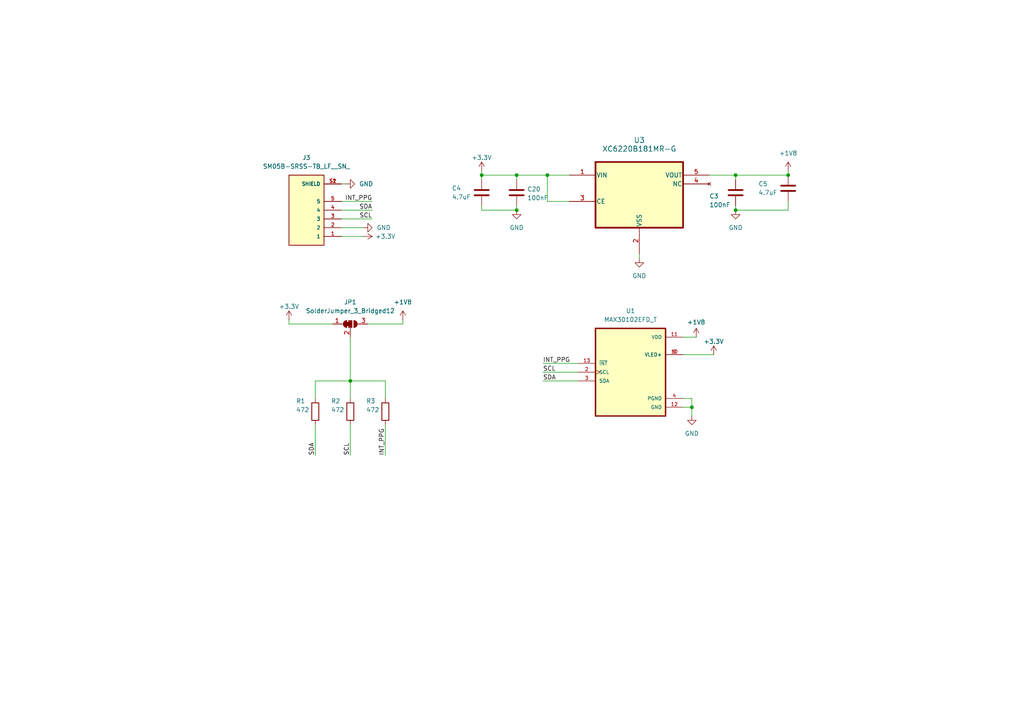
<source format=kicad_sch>
(kicad_sch (version 20250114) (generator "eeschema") (generator_version "9.0")
  (paper "A4")
  (lib_symbols
    (symbol "Device:C" (pin_numbers (hide yes)) (pin_names (offset 0.254))
      (property "Reference" "C" (at 0.635 2.54 0))
      (property "Value" "C" (at 0.635 -2.54 0))
      (symbol "C_0_1"
        (polyline (pts (xy -2.032 0.762) (xy 2.032 0.762)) (stroke (width 0.508)))
        (polyline (pts (xy -2.032 -0.762) (xy 2.032 -0.762)) (stroke (width 0.508)))
      )
      (symbol "C_1_1"
        (pin passive line (at 0 3.81 270) (length 2.794) (name "~") (number "1"))
        (pin passive line (at 0 -3.81 90) (length 2.794) (name "~") (number "2"))
      )
    )
    (symbol "Device:R" (pin_numbers (hide yes)) (pin_names (offset 0))
      (property "Reference" "R" (at 2.032 0 90))
      (property "Value" "R" (at 0 0 90))
      (symbol "R_0_1"
        (rectangle (start -1.016 -2.54) (end 1.016 2.54) (stroke (width 0.254)))
      )
      (symbol "R_1_1"
        (pin passive line (at 0 3.81 270) (length 1.27) (name "~") (number "1"))
        (pin passive line (at 0 -3.81 90) (length 1.27) (name "~") (number "2"))
      )
    )
    (symbol "Jumper:SolderJumper_3_Bridged12" (pin_names (offset 0) (hide yes)) (in_bom no)
      (property "Reference" "JP" (at -2.54 -2.54 0))
      (property "Value" "SolderJumper_3_Bridged12" (at 0 2.794 0))
      (symbol "SolderJumper_3_Bridged12_0_1"
        (polyline (pts (xy -2.54 0) (xy -2.032 0)))
        (polyline (pts (xy -1.016 1.016) (xy -1.016 -1.016)))
        (rectangle (start -1.016 0.508) (end -0.508 -0.508) (fill (type outline)))
        (arc (start -1.016 -1.016) (mid -2.0276 0) (end -1.016 1.016))
        (arc (start -1.016 -1.016) (mid -2.0276 0) (end -1.016 1.016) (fill (type outline)))
        (rectangle (start -0.508 1.016) (end 0.508 -1.016) (fill (type outline)))
        (polyline (pts (xy 0 -1.27) (xy 0 -1.016)))
        (arc (start 1.016 1.016) (mid 2.0276 0) (end 1.016 -1.016))
        (arc (start 1.016 1.016) (mid 2.0276 0) (end 1.016 -1.016) (fill (type outline)))
        (polyline (pts (xy 1.016 1.016) (xy 1.016 -1.016)))
        (polyline (pts (xy 2.54 0) (xy 2.032 0)))
      )
      (symbol "SolderJumper_3_Bridged12_1_1"
        (pin passive line (at -5.08 0 0) (length 2.54) (name "A") (number "1"))
        (pin passive line (at 0 -3.81 90) (length 2.54) (name "C") (number "2"))
        (pin passive line (at 5.08 0 180) (length 2.54) (name "B") (number "3"))
      )
    )
    (symbol "MAX30102EFD_T:MAX30102EFD_T" (pin_names (offset 1.016))
      (property "Reference" "U" (at -10.16 13.7 0))
      (property "Value" "MAX30102EFD_T" (at -10.16 -16.7 0))
      (symbol "MAX30102EFD_T_0_0"
        (rectangle (start -10.16 -12.7) (end 10.16 12.7) (stroke (width 0.41)) (fill (type background)))
        (pin input line (at -15.24 2.54 0) (length 5.08) (name "~{INT}") (number "13"))
        (pin input clock (at -15.24 0 0) (length 5.08) (name "SCL") (number "2"))
        (pin bidirectional line (at -15.24 -2.54 0) (length 5.08) (name "SDA") (number "3"))
        (pin power_in line (at 15.24 10.16 180) (length 5.08) (name "VDD") (number "11"))
        (pin power_in line (at 15.24 5.08 180) (length 5.08) (name "VLED+") (number "10"))
        (pin power_in line (at 15.24 5.08 180) (length 5.08) (name "VLED+") (number "9"))
        (pin power_in line (at 15.24 -7.62 180) (length 5.08) (name "PGND") (number "4"))
        (pin power_in line (at 15.24 -10.16 180) (length 5.08) (name "GND") (number "12"))
      )
    )
    (symbol "SM05B-SRSS-TB_LF__SN_:SM05B-SRSS-TB_LF__SN_" (pin_names (offset 1.016))
      (property "Reference" "J" (at -5.08 10.922 0))
      (property "Value" "SM05B-SRSS-TB_LF__SN_" (at -5.08 -12.7 0))
      (symbol "SM05B-SRSS-TB_LF__SN__0_0"
        (rectangle (start -5.08 -10.16) (end 5.08 10.16) (stroke (width 0.254)) (fill (type background)))
        (pin passive line (at -10.16 7.62 0) (length 5.08) (name "1") (number "1"))
        (pin passive line (at -10.16 5.08 0) (length 5.08) (name "2") (number "2"))
        (pin passive line (at -10.16 2.54 0) (length 5.08) (name "3") (number "3"))
        (pin passive line (at -10.16 0 0) (length 5.08) (name "4") (number "4"))
        (pin passive line (at -10.16 -2.54 0) (length 5.08) (name "5") (number "5"))
        (pin passive line (at -10.16 -7.62 0) (length 5.08) (name "SHIELD") (number "S1"))
        (pin passive line (at -10.16 -7.62 0) (length 5.08) (name "SHIELD") (number "S2"))
      )
    )
    (symbol "XC6220B181MR_G:XC6220B181MR-G" (pin_names (offset 0.254))
      (property "Reference" "U" (at 20.32 10.16 0))
      (property "Value" "XC6220B181MR-G" (at 20.32 7.62 0))
      (symbol "XC6220B181MR-G_0_1"
        (pin power_in line (at 0 0 0) (length 7.62) (name "VIN") (number "1"))
        (pin unspecified line (at 0 -7.62 0) (length 7.62) (name "CE") (number "3"))
        (pin power_out line (at 20.32 -22.86 90) (length 7.62) (name "VSS") (number "2"))
        (pin output line (at 40.64 0 180) (length 7.62) (name "VOUT") (number "5"))
        (pin no_connect line (at 40.64 -2.54 180) (length 7.62) (name "NC") (number "4"))
      )
      (symbol "XC6220B181MR-G_1_1"
        (rectangle (start 7.62 3.81) (end 33.02 -15.24) (stroke (width 0.5)) (fill (type background)))
      )
    )
    (symbol "power:+1V8" (power) (pin_numbers (hide yes)) (pin_names (offset 0) (hide yes))
      (property "Value" "+1V8" (at 0 3.556 0))
      (symbol "+1V8_0_1"
        (polyline (pts (xy -0.762 1.27) (xy 0 2.54)))
        (polyline (pts (xy 0 2.54) (xy 0.762 1.27)))
        (polyline (pts (xy 0 0) (xy 0 2.54)))
      )
      (symbol "+1V8_1_1"
        (pin power_in line (at 0 0 90) (length 0) (name "~") (number "1"))
      )
    )
    (symbol "power:+3.3V" (power) (pin_numbers (hide yes)) (pin_names (offset 0) (hide yes))
      (property "Value" "+3.3V" (at 0 3.556 0))
      (symbol "+3.3V_0_1"
        (polyline (pts (xy -0.762 1.27) (xy 0 2.54)))
        (polyline (pts (xy 0 2.54) (xy 0.762 1.27)))
        (polyline (pts (xy 0 0) (xy 0 2.54)))
      )
      (symbol "+3.3V_1_1"
        (pin power_in line (at 0 0 90) (length 0) (name "~") (number "1"))
      )
    )
    (symbol "power:GND" (power) (pin_numbers (hide yes)) (pin_names (offset 0) (hide yes))
      (property "Value" "GND" (at 0 -3.81 0))
      (symbol "GND_0_1"
        (polyline (pts (xy 0 0) (xy 0 -1.27) (xy 1.27 -1.27) (xy 0 -2.54) (xy -1.27 -1.27) (xy 0 -1.27)))
      )
      (symbol "GND_1_1"
        (pin power_in line (at 0 0 270) (length 0) (name "~") (number "1"))
      )
    )
  )
  (junction (at 139.7 50.8))
  (junction (at 213.36 60.96))
  (junction (at 101.6 110.49))
  (junction (at 213.36 50.8))
  (junction (at 228.6 50.8))
  (junction (at 158.75 50.8))
  (junction (at 200.66 118.11))
  (junction (at 149.86 60.96))
  (junction (at 149.86 50.8))
  (wire (pts (xy 111.76 123.19) (xy 111.76 132.08)))
  (wire (pts (xy 139.7 50.8) (xy 139.7 52.07)))
  (wire (pts (xy 101.6 97.79) (xy 101.6 110.49)))
  (wire (pts (xy 205.74 50.8) (xy 213.36 50.8)))
  (wire (pts (xy 139.7 50.8) (xy 149.86 50.8)))
  (wire (pts (xy 99.06 58.42) (xy 107.95 58.42)))
  (wire (pts (xy 198.12 115.57) (xy 200.66 115.57)))
  (wire (pts (xy 158.75 58.42) (xy 158.75 50.8)))
  (wire (pts (xy 91.44 123.19) (xy 91.44 132.08)))
  (wire (pts (xy 213.36 59.69) (xy 213.36 60.96)))
  (wire (pts (xy 200.66 118.11) (xy 200.66 120.65)))
  (wire (pts (xy 116.84 92.71) (xy 116.84 93.98)))
  (wire (pts (xy 111.76 115.57) (xy 111.76 110.49)))
  (wire (pts (xy 91.44 110.49) (xy 101.6 110.49)))
  (wire (pts (xy 198.12 118.11) (xy 200.66 118.11)))
  (wire (pts (xy 99.06 66.04) (xy 105.41 66.04)))
  (wire (pts (xy 228.6 49.53) (xy 228.6 50.8)))
  (wire (pts (xy 149.86 59.69) (xy 149.86 60.96)))
  (wire (pts (xy 157.48 105.41) (xy 167.64 105.41)))
  (wire (pts (xy 165.1 58.42) (xy 158.75 58.42)))
  (wire (pts (xy 99.06 53.34) (xy 100.33 53.34)))
  (wire (pts (xy 91.44 115.57) (xy 91.44 110.49)))
  (wire (pts (xy 106.68 93.98) (xy 116.84 93.98)))
  (wire (pts (xy 101.6 110.49) (xy 101.6 115.57)))
  (wire (pts (xy 149.86 52.07) (xy 149.86 50.8)))
  (wire (pts (xy 158.75 50.8) (xy 165.1 50.8)))
  (wire (pts (xy 83.82 93.98) (xy 83.82 92.71)))
  (wire (pts (xy 139.7 59.69) (xy 139.7 60.96)))
  (wire (pts (xy 185.42 73.66) (xy 185.42 74.93)))
  (wire (pts (xy 83.82 93.98) (xy 96.52 93.98)))
  (wire (pts (xy 213.36 50.8) (xy 213.36 52.07)))
  (wire (pts (xy 198.12 97.79) (xy 201.93 97.79)))
  (wire (pts (xy 213.36 50.8) (xy 228.6 50.8)))
  (wire (pts (xy 99.06 63.5) (xy 107.95 63.5)))
  (wire (pts (xy 200.66 115.57) (xy 200.66 118.11)))
  (wire (pts (xy 101.6 123.19) (xy 101.6 132.08)))
  (wire (pts (xy 99.06 68.58) (xy 105.41 68.58)))
  (wire (pts (xy 167.64 107.95) (xy 157.48 107.95)))
  (wire (pts (xy 99.06 60.96) (xy 107.95 60.96)))
  (wire (pts (xy 228.6 58.42) (xy 228.6 60.96)))
  (wire (pts (xy 228.6 60.96) (xy 213.36 60.96)))
  (wire (pts (xy 139.7 60.96) (xy 149.86 60.96)))
  (wire (pts (xy 167.64 110.49) (xy 157.48 110.49)))
  (wire (pts (xy 139.7 50.8) (xy 139.7 49.53)))
  (wire (pts (xy 111.76 110.49) (xy 101.6 110.49)))
  (wire (pts (xy 198.12 102.87) (xy 207.01 102.87)))
  (wire (pts (xy 149.86 50.8) (xy 158.75 50.8)))
  (label "INT_PPG" (at 107.95 58.42 180))
  (label "SDA" (at 91.44 132.08 90))
  (label "SCL" (at 101.6 132.08 90))
  (label "INT_PPG" (at 111.76 132.08 90))
  (label "INT_PPG" (at 157.48 105.41 0))
  (label "SCL" (at 107.95 63.5 180))
  (label "SDA" (at 107.95 60.96 180))
  (label "SDA" (at 157.48 110.49 0))
  (label "SCL" (at 157.48 107.95 0))
  (symbol (lib_id "Device:C") (at 213.36 55.88 0) (unit 1)
    (property "Reference" "C3" (at 205.74 56.896 0) (effects (justify left)))
    (property "Value" "100nF" (at 205.74 59.436 0) (effects (justify left)))
    (property "Footprint" "Capacitor_SMD:C_0402_1005Metric" (effects (hide yes)))
    (property "Description" "Unpolarized capacitor" (effects (hide yes)))
  )
  (symbol (lib_id "Device:C") (at 228.6 54.61 0) (unit 1)
    (property "Reference" "C5" (at 219.964 53.34 0) (effects (justify left)))
    (property "Value" "4.7uF" (at 219.964 55.88 0) (effects (justify left)))
    (property "Footprint" "Capacitor_SMD:C_0402_1005Metric" (effects (hide yes)))
    (property "Description" "Unpolarized capacitor" (effects (hide yes)))
  )
  (symbol (lib_id "Device:C") (at 139.7 55.88 0) (unit 1)
    (property "Reference" "C4" (at 131.064 54.61 0) (effects (justify left)))
    (property "Value" "4.7uF" (at 131.064 57.15 0) (effects (justify left)))
    (property "Footprint" "Capacitor_SMD:C_0402_1005Metric" (effects (hide yes)))
    (property "Description" "Unpolarized capacitor" (effects (hide yes)))
  )
  (symbol (lib_id "Jumper:SolderJumper_3_Bridged12") (at 101.6 93.98 0) (unit 1) (in_bom no)
    (property "Reference" "JP1" (at 101.6 87.63 0))
    (property "Value" "SolderJumper_3_Bridged12" (at 101.6 90.17 0))
    (property "Footprint" "Jumper:SolderJumper-3_P1.3mm_Bridged12_RoundedPad1.0x1.5mm_NumberLabels" (effects (hide yes)))
    (property "Description" "3-pole Solder Jumper, pins 1+2 closed/bridged" (effects (hide yes)))
  )
  (symbol (lib_id "power:GND") (at 100.33 53.34 90) (unit 1)
    (property "Reference" "#PWR039" (effects (hide yes)))
    (property "Value" "GND" (at 104.14 53.3399 90) (effects (justify right)))
    (property "Description" "Power symbol creates a global label with name \"GND\" , ground" (effects (hide yes)))
  )
  (symbol (lib_id "power:GND") (at 105.41 66.04 90) (unit 1)
    (property "Reference" "#PWR036" (effects (hide yes)))
    (property "Value" "GND" (at 109.22 66.0399 90) (effects (justify right)))
    (property "Description" "Power symbol creates a global label with name \"GND\" , ground" (effects (hide yes)))
  )
  (symbol (lib_id "power:GND") (at 213.36 60.96 0) (unit 1)
    (property "Reference" "#PWR04" (effects (hide yes)))
    (property "Value" "GND" (at 213.36 66.04 0))
    (property "Description" "Power symbol creates a global label with name \"GND\" , ground" (effects (hide yes)))
  )
  (symbol (lib_id "Device:R") (at 111.76 119.38 0) (unit 1)
    (property "Reference" "R3" (at 106.172 116.332 0) (effects (justify left)))
    (property "Value" "472" (at 106.172 118.872 0) (effects (justify left)))
    (property "Footprint" "Capacitor_SMD:C_0402_1005Metric" (effects (hide yes)))
    (property "Description" "Resistor" (effects (hide yes)))
  )
  (symbol (lib_id "power:GND") (at 149.86 60.96 0) (unit 1)
    (property "Reference" "#PWR03" (effects (hide yes)))
    (property "Value" "GND" (at 149.86 66.04 0))
    (property "Description" "Power symbol creates a global label with name \"GND\" , ground" (effects (hide yes)))
  )
  (symbol (lib_id "power:+3.3V") (at 83.82 92.71 0) (unit 1)
    (property "Reference" "#PWR06" (effects (hide yes)))
    (property "Value" "+3.3V" (at 83.82 88.9 0))
    (property "Description" "Power symbol creates a global label with name \"+3.3V\"" (effects (hide yes)))
  )
  (symbol (lib_id "XC6220B181MR_G:XC6220B181MR-G") (at 165.1 50.8 0) (unit 1)
    (property "Reference" "U3" (at 185.42 40.64 0) (effects (font (size 1.524 1.524))))
    (property "Value" "XC6220B181MR-G" (at 185.42 43.18 0) (effects (font (size 1.524 1.524))))
    (property "Footprint" "XC6220B181MR_G:SOT-25_TOR" (effects (hide yes)))
    (property "Datasheet" "XC6220B181MR-G" (effects (hide yes)))
  )
  (symbol (lib_id "power:+1V8") (at 228.6 49.53 0) (unit 1)
    (property "Reference" "#PWR05" (effects (hide yes)))
    (property "Value" "+1V8" (at 228.6 44.45 0))
    (property "Description" "Power symbol creates a global label with name \"+1V8\"" (effects (hide yes)))
  )
  (symbol (lib_id "power:+3.3V") (at 207.01 102.87 0) (unit 1)
    (property "Reference" "#PWR010" (effects (hide yes)))
    (property "Value" "+3.3V" (at 207.01 99.06 0))
    (property "Description" "Power symbol creates a global label with name \"+3.3V\"" (effects (hide yes)))
  )
  (symbol (lib_id "SM05B-SRSS-TB_LF__SN_:SM05B-SRSS-TB_LF__SN_") (at 88.9 60.96 180) (unit 1)
    (property "Reference" "J3" (at 88.9 45.72 0))
    (property "Value" "SM05B-SRSS-TB_LF__SN_" (at 88.9 48.26 0))
    (property "Footprint" "SM05B-SRSS-TB_LF__SN_:JST_SM05B-SRSS-TB_LF__SN_" (effects (hide yes)))
    (property "MF" "JST Sales" (effects (hide yes)))
    (property "Description_1" "Connector Header Surface Mount, Right Angle 5 position 0.039 (1.00mm)" (effects (hide yes)))
    (property "Package" "None" (effects (hide yes)))
    (property "Price" "None" (effects (hide yes)))
    (property "Check_prices" "https://www.snapeda.com/parts/SM05B-SRSS-TB(LF)(SN)/JST/view-part/?ref=eda" (effects (hide yes)))
    (property "STANDARD" "Manufacturer Recommendations" (effects (hide yes)))
    (property "SnapEDA_Link" "https://www.snapeda.com/parts/SM05B-SRSS-TB(LF)(SN)/JST/view-part/?ref=snap" (effects (hide yes)))
    (property "MP" "SM05B-SRSS-TB(LF)(SN)" (effects (hide yes)))
    (property "Availability" "In Stock" (effects (hide yes)))
    (property "MANUFACTURER" "JST" (effects (hide yes)))
  )
  (symbol (lib_id "power:GND") (at 185.42 74.93 0) (unit 1)
    (property "Reference" "#PWR02" (effects (hide yes)))
    (property "Value" "GND" (at 185.42 80.01 0))
    (property "Description" "Power symbol creates a global label with name \"GND\" , ground" (effects (hide yes)))
  )
  (symbol (lib_id "power:+1V8") (at 201.93 97.79 0) (unit 1)
    (property "Reference" "#PWR016" (effects (hide yes)))
    (property "Value" "+1V8" (at 201.93 93.472 0))
    (property "Description" "Power symbol creates a global label with name \"+1V8\"" (effects (hide yes)))
  )
  (symbol (lib_id "MAX30102EFD_T:MAX30102EFD_T") (at 182.88 107.95 0) (unit 1)
    (property "Reference" "U1" (at 182.88 90.17 0))
    (property "Value" "MAX30102EFD_T" (at 182.88 92.71 0))
    (property "Footprint" "MAX30102EFD_T:XDCR_MAX30101EFD_" (effects (hide yes)))
    (property "MF" "Maxim Integrated Products" (effects (hide yes)))
    (property "DESCRIPTION" "Max30102efd+t" (effects (hide yes)))
    (property "PACKAGE" "OLGA-14 Maxim" (effects (hide yes)))
    (property "PRICE" "None" (effects (hide yes)))
    (property "Package" "OLGA-14 Maxim" (effects (hide yes)))
    (property "Check_prices" "https://www.snapeda.com/parts/MAX30102EFD+T/Analog+Devices/view-part/?ref=eda" (effects (hide yes)))
    (property "Price" "None" (effects (hide yes)))
    (property "SnapEDA_Link" "https://www.snapeda.com/parts/MAX30102EFD+T/Analog+Devices/view-part/?ref=snap" (effects (hide yes)))
    (property "MP" "MAX30102EFD+T" (effects (hide yes)))
    (property "Availability" "In Stock" (effects (hide yes)))
    (property "AVAILABILITY" "Unavailable" (effects (hide yes)))
    (property "Description_1" "Pulse Oximeter and Heart Rate Sensor Digital Output" (effects (hide yes)))
  )
  (symbol (lib_id "power:+1V8") (at 116.84 92.71 0) (unit 1)
    (property "Reference" "#PWR08" (effects (hide yes)))
    (property "Value" "+1V8" (at 116.84 87.63 0))
    (property "Description" "Power symbol creates a global label with name \"+1V8\"" (effects (hide yes)))
  )
  (symbol (lib_id "power:+3.3V") (at 139.7 49.53 0) (unit 1)
    (property "Reference" "#PWR01" (effects (hide yes)))
    (property "Value" "+3.3V" (at 139.7 45.72 0))
    (property "Description" "Power symbol creates a global label with name \"+3.3V\"" (effects (hide yes)))
  )
  (symbol (lib_id "Device:R") (at 91.44 119.38 0) (unit 1)
    (property "Reference" "R1" (at 85.852 116.332 0) (effects (justify left)))
    (property "Value" "472" (at 85.852 118.872 0) (effects (justify left)))
    (property "Footprint" "Capacitor_SMD:C_0402_1005Metric" (effects (hide yes)))
    (property "Description" "Resistor" (effects (hide yes)))
  )
  (symbol (lib_id "power:GND") (at 200.66 120.65 0) (unit 1)
    (property "Reference" "#PWR017" (effects (hide yes)))
    (property "Value" "GND" (at 200.66 125.73 0))
    (property "Description" "Power symbol creates a global label with name \"GND\" , ground" (effects (hide yes)))
  )
  (symbol (lib_id "Device:C") (at 149.86 55.88 0) (unit 1)
    (property "Reference" "C20" (at 152.908 54.864 0) (effects (justify left)))
    (property "Value" "100nF" (at 152.908 57.404 0) (effects (justify left)))
    (property "Footprint" "Capacitor_SMD:C_0402_1005Metric" (effects (hide yes)))
    (property "Description" "Unpolarized capacitor" (effects (hide yes)))
  )
  (symbol (lib_id "power:+3.3V") (at 105.41 68.58 270) (unit 1)
    (property "Reference" "#PWR056" (effects (hide yes)))
    (property "Value" "+3.3V" (at 111.76 68.58 90))
    (property "Description" "Power symbol creates a global label with name \"+3.3V\"" (effects (hide yes)))
  )
  (symbol (lib_id "Device:R") (at 101.6 119.38 0) (unit 1)
    (property "Reference" "R2" (at 96.012 116.332 0) (effects (justify left)))
    (property "Value" "472" (at 96.012 118.872 0) (effects (justify left)))
    (property "Footprint" "Capacitor_SMD:C_0402_1005Metric" (effects (hide yes)))
    (property "Description" "Resistor" (effects (hide yes)))
  )
)
</source>
